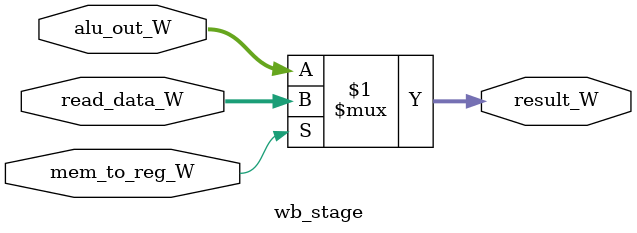
<source format=v>
module wb_stage(
    input wire [31:0] alu_out_W,
    input wire [31:0] read_data_W,
    input wire mem_to_reg_W,
    output wire [31:0] result_W
);

assign result_W = mem_to_reg_W ? read_data_W : alu_out_W;

endmodule
</source>
